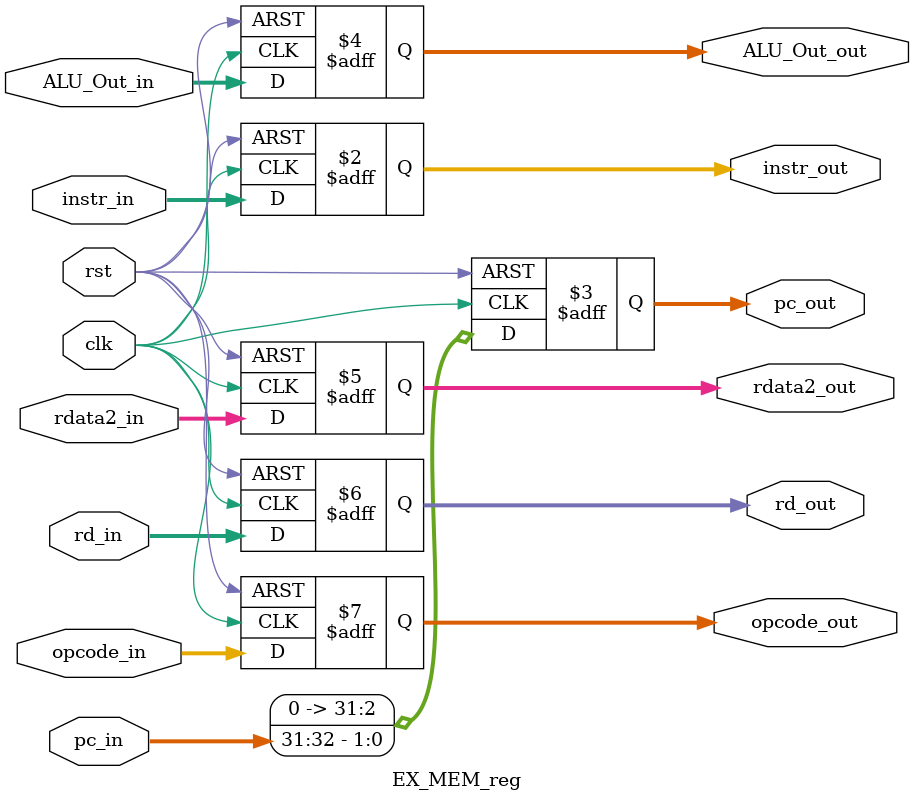
<source format=v>
`timescale 1ns / 1ps


module EX_MEM_reg(
    input clk,
    input rst,
    input [31:0] instr_in,
    input [31:32] pc_in,
    input [31:0] ALU_Out_in,
    input [31:0] rdata2_in,
    input [4:0] rd_in,
    input [5:0] opcode_in,
    output reg [31:0] instr_out,
    output reg [31:0] pc_out,
    output reg [31:0] ALU_Out_out,
    output reg [31:0] rdata2_out,
    output reg [4:0] rd_out,
    output reg [5:0] opcode_out
);
    always @(posedge clk or posedge rst) begin
        if (rst) begin
            instr_out <= 32'b0;
            pc_out <= 32'b0;
            ALU_Out_out <= 32'b0;
            rdata2_out <= 32'b0;
            rd_out <= 5'b0;
            opcode_out <= 6'b0;
        end else begin
            instr_out <= instr_in;
            pc_out <= pc_in;
            ALU_Out_out <= ALU_Out_in;
            rdata2_out <= rdata2_in;
            rd_out <= rd_in;
            opcode_out <= opcode_in;
        end
    end
endmodule
</source>
